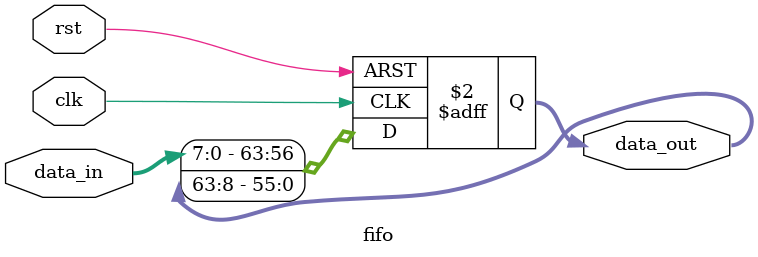
<source format=v>
`timescale 1ns/10ps

module fifo(
    input clk,rst,
    input [7:0]data_in,
    output reg [63:0]data_out
);

    always @(posedge clk or posedge rst)
    begin
        if(rst)
            data_out <= 64'd0;
        else
            data_out <= {data_in,data_out[63:8]};
    end

endmodule
</source>
